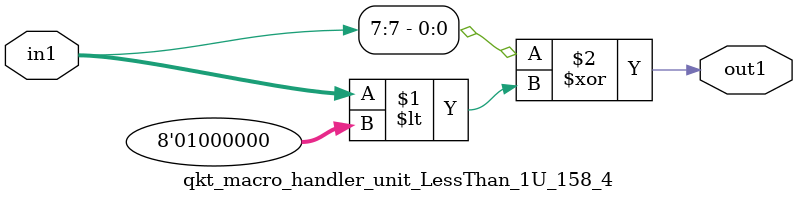
<source format=v>

`timescale 1ps / 1ps


module qkt_macro_handler_unit_LessThan_1U_158_4( in1, out1 );

    input [7:0] in1;
    output out1;

    
    // rtl_process:qkv_macro_handler_hub_LessThan_1U_94_4/qkv_macro_handler_hub_LessThan_1U_94_4_thread_1
    assign out1 = (in1[7] ^ in1 < 8'd064);

endmodule





</source>
